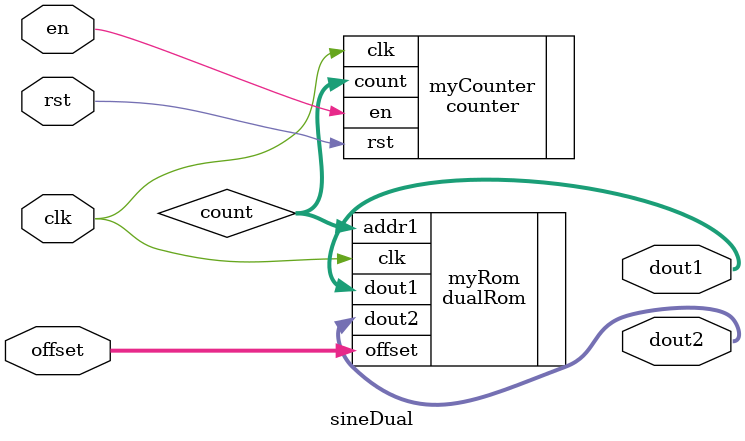
<source format=sv>

module sineDual # (parameter WIDTH=8)(
    input wire      clk,
    input wire      rst,
    input wire      en,
    input wire [WIDTH-1:0] offset,
    output wire [WIDTH-1:0] dout1,
    output wire [WIDTH-1:0] dout2

);

wire [WIDTH-1:0] count;

counter myCounter (
    .clk (clk),
    .rst (rst),
    .en (en),
    .count (count)
);

dualRom myRom (
    .clk (clk),
    .addr1 (count),
    .offset (offset),
    .dout1 (dout1),
    .dout2 (dout2)
);

endmodule

</source>
